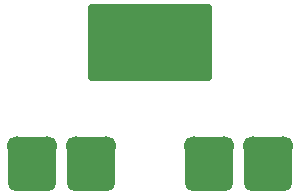
<source format=gbr>
G04 #@! TF.GenerationSoftware,KiCad,Pcbnew,8.0.8*
G04 #@! TF.CreationDate,2026-01-04T09:20:55-05:00*
G04 #@! TF.ProjectId,project-hw-60v-dcdc,70726f6a-6563-4742-9d68-772d3630762d,rev?*
G04 #@! TF.SameCoordinates,Original*
G04 #@! TF.FileFunction,Soldermask,Bot*
G04 #@! TF.FilePolarity,Negative*
%FSLAX46Y46*%
G04 Gerber Fmt 4.6, Leading zero omitted, Abs format (unit mm)*
G04 Created by KiCad (PCBNEW 8.0.8) date 2026-01-04 09:20:55*
%MOMM*%
%LPD*%
G01*
G04 APERTURE LIST*
G04 Aperture macros list*
%AMRoundRect*
0 Rectangle with rounded corners*
0 $1 Rounding radius*
0 $2 $3 $4 $5 $6 $7 $8 $9 X,Y pos of 4 corners*
0 Add a 4 corners polygon primitive as box body*
4,1,4,$2,$3,$4,$5,$6,$7,$8,$9,$2,$3,0*
0 Add four circle primitives for the rounded corners*
1,1,$1+$1,$2,$3*
1,1,$1+$1,$4,$5*
1,1,$1+$1,$6,$7*
1,1,$1+$1,$8,$9*
0 Add four rect primitives between the rounded corners*
20,1,$1+$1,$2,$3,$4,$5,0*
20,1,$1+$1,$4,$5,$6,$7,0*
20,1,$1+$1,$6,$7,$8,$9,0*
20,1,$1+$1,$8,$9,$2,$3,0*%
G04 Aperture macros list end*
%ADD10C,0.500000*%
%ADD11RoundRect,0.480000X1.520000X-1.770000X1.520000X1.770000X-1.520000X1.770000X-1.520000X-1.770000X0*%
%ADD12C,1.700000*%
G04 APERTURE END LIST*
D10*
X42000000Y-26000000D02*
X52000000Y-26000000D01*
X52000000Y-32000000D01*
X42000000Y-32000000D01*
X42000000Y-26000000D01*
G36*
X42000000Y-26000000D02*
G01*
X52000000Y-26000000D01*
X52000000Y-32000000D01*
X42000000Y-32000000D01*
X42000000Y-26000000D01*
G37*
D11*
X42000000Y-39250000D03*
D12*
X40730000Y-37730000D03*
X43270000Y-37730000D03*
D11*
X37000000Y-39250000D03*
D12*
X35730000Y-37730000D03*
X38270000Y-37730000D03*
D11*
X52000000Y-39250000D03*
D12*
X50730000Y-37730000D03*
X53270000Y-37730000D03*
D11*
X57000000Y-39250000D03*
D12*
X55730000Y-37730000D03*
X58270000Y-37730000D03*
M02*

</source>
